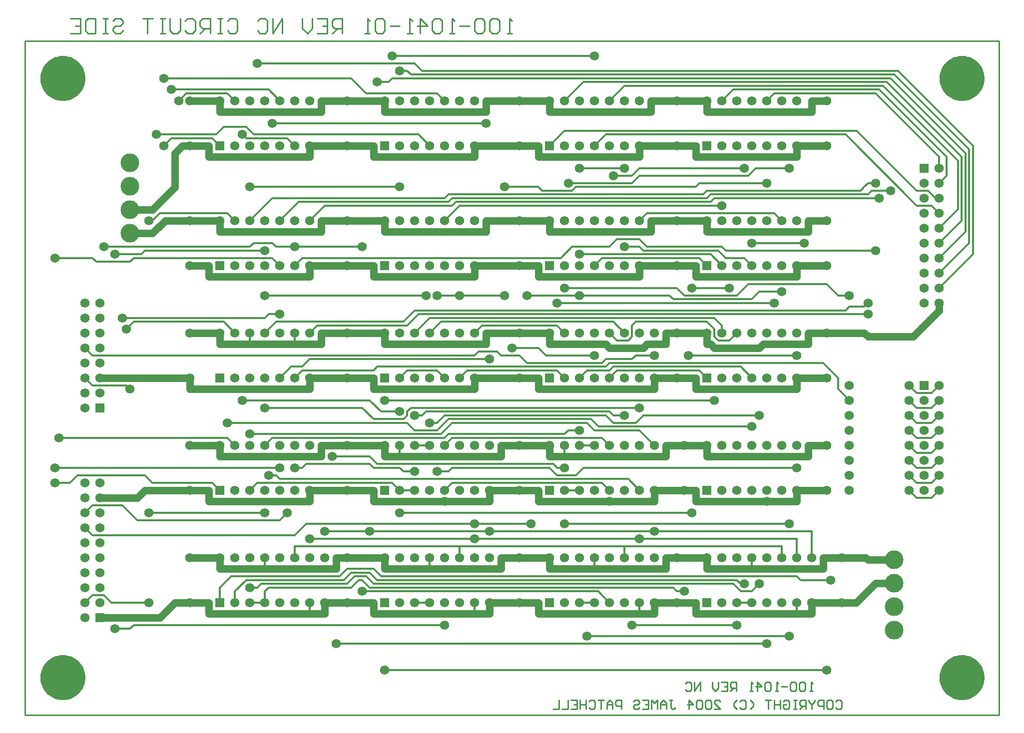
<source format=gbl>
*%FSLAX23Y23*%
*%MOIN*%
G01*
%ADD11C,0.007*%
%ADD12C,0.008*%
%ADD13C,0.010*%
%ADD14C,0.012*%
%ADD15C,0.020*%
%ADD16C,0.036*%
%ADD17C,0.050*%
%ADD18C,0.056*%
%ADD19C,0.062*%
%ADD20C,0.068*%
%ADD21C,0.070*%
%ADD22C,0.090*%
%ADD23C,0.125*%
%ADD24C,0.131*%
%ADD25C,0.140*%
%ADD26C,0.160*%
%ADD27C,0.250*%
%ADD28R,0.062X0.062*%
%ADD29R,0.068X0.068*%
D13*
X9841Y10061D02*
X9874D01*
X9857D02*
X9841D01*
X9857D02*
Y10161D01*
X9858D01*
X9857D02*
X9874Y10144D01*
X9791D02*
X9774Y10161D01*
X9741D01*
X9724Y10144D01*
Y10078D01*
X9741Y10061D01*
X9774D01*
X9791Y10078D01*
Y10144D01*
X9691D02*
X9674Y10161D01*
X9641D01*
X9624Y10144D01*
Y10078D01*
X9641Y10061D01*
X9674D01*
X9691Y10078D01*
Y10144D01*
X9591Y10111D02*
X9524D01*
X9491Y10061D02*
X9457D01*
X9474D01*
Y10161D01*
X9475D01*
X9474D02*
X9491Y10144D01*
X9407D02*
X9391Y10161D01*
X9358D01*
X9341Y10144D01*
Y10078D01*
X9358Y10061D01*
X9391D01*
X9407Y10078D01*
Y10144D01*
X9258Y10161D02*
Y10061D01*
X9308Y10111D02*
X9258Y10161D01*
X9241Y10111D02*
X9308D01*
X9208Y10061D02*
X9174D01*
X9191D01*
Y10161D01*
X9192D01*
X9191D02*
X9208Y10144D01*
X9124Y10111D02*
X9058D01*
X9024Y10144D02*
X9008Y10161D01*
X8974D01*
X8958Y10144D01*
Y10078D01*
X8974Y10061D01*
X9008D01*
X9024Y10078D01*
Y10144D01*
X8924Y10061D02*
X8891D01*
X8908D01*
Y10161D01*
X8909D01*
X8908D02*
X8924Y10144D01*
X8741Y10161D02*
Y10061D01*
Y10161D02*
X8691D01*
X8674Y10144D01*
Y10111D01*
X8691Y10094D01*
X8741D01*
X8708D02*
X8674Y10061D01*
X8641Y10161D02*
X8574D01*
X8641D02*
Y10061D01*
X8574D01*
X8608Y10111D02*
X8641D01*
X8541Y10094D02*
Y10161D01*
Y10094D02*
X8508Y10061D01*
X8474Y10094D01*
Y10161D01*
X8341D02*
Y10061D01*
X8275D02*
X8341Y10161D01*
X8275D02*
Y10061D01*
X8175Y10144D02*
X8191Y10161D01*
X8225D01*
X8241Y10144D01*
Y10078D01*
X8225Y10061D01*
X8191D01*
X8175Y10078D01*
X7991Y10161D02*
X7975Y10144D01*
X7991Y10161D02*
X8025D01*
X8041Y10144D01*
Y10078D01*
X8025Y10061D01*
X7991D01*
X7975Y10078D01*
X7941Y10161D02*
X7908D01*
X7925D01*
Y10061D01*
X7941D01*
X7908D01*
X7858D02*
Y10161D01*
X7808D01*
X7791Y10144D01*
Y10111D01*
X7808Y10094D01*
X7858D01*
X7825D02*
X7791Y10061D01*
X7691Y10144D02*
X7708Y10161D01*
X7741D01*
X7758Y10144D01*
Y10078D01*
X7741Y10061D01*
X7708D01*
X7691Y10078D01*
X7658D02*
Y10161D01*
Y10078D02*
X7641Y10061D01*
X7608D01*
X7591Y10078D01*
Y10161D01*
X7558D02*
X7525D01*
X7541D01*
Y10061D01*
X7558D01*
X7525D01*
X7475Y10161D02*
X7408D01*
X7441D01*
Y10061D01*
X7225Y10161D02*
X7208Y10144D01*
X7225Y10161D02*
X7258D01*
X7275Y10144D01*
Y10128D01*
X7258Y10111D01*
X7225D01*
X7208Y10094D01*
Y10078D01*
X7225Y10061D01*
X7258D01*
X7275Y10078D01*
X7175Y10161D02*
X7142D01*
X7158D01*
Y10061D01*
X7175D01*
X7142D01*
X7092D02*
Y10161D01*
Y10061D02*
X7042D01*
X7025Y10078D01*
Y10144D01*
X7042Y10161D01*
X7092D01*
X6992D02*
X6925D01*
X6992D02*
Y10061D01*
X6925D01*
X6958Y10111D02*
X6992D01*
X11859Y5671D02*
X11879D01*
X11869D02*
X11859D01*
X11869D02*
Y5731D01*
X11870D01*
X11869D02*
X11879Y5721D01*
X11829D02*
X11819Y5731D01*
X11799D01*
X11789Y5721D01*
Y5681D01*
X11799Y5671D01*
X11819D01*
X11829Y5681D01*
Y5721D01*
X11769D02*
X11759Y5731D01*
X11739D01*
X11729Y5721D01*
Y5681D01*
X11739Y5671D01*
X11759D01*
X11769Y5681D01*
Y5721D01*
X11709Y5701D02*
X11669D01*
X11649Y5671D02*
X11629D01*
X11639D01*
Y5731D01*
X11640D01*
X11639D02*
X11649Y5721D01*
X11599D02*
X11589Y5731D01*
X11569D01*
X11559Y5721D01*
Y5681D01*
X11569Y5671D01*
X11589D01*
X11599Y5681D01*
Y5721D01*
X11509Y5731D02*
Y5671D01*
X11539Y5701D02*
X11509Y5731D01*
X11499Y5701D02*
X11539D01*
X11479Y5671D02*
X11459D01*
X11469D01*
Y5731D01*
X11470D01*
X11469D02*
X11479Y5721D01*
X11369Y5731D02*
Y5671D01*
Y5731D02*
X11339D01*
X11329Y5721D01*
Y5701D01*
X11339Y5691D01*
X11369D01*
X11349D02*
X11329Y5671D01*
X11309Y5731D02*
X11269D01*
X11309D02*
Y5671D01*
X11269D01*
X11289Y5701D02*
X11309D01*
X11249Y5691D02*
Y5731D01*
Y5691D02*
X11229Y5671D01*
X11209Y5691D01*
Y5731D01*
X11129D02*
Y5671D01*
X11089D02*
X11129Y5731D01*
X11089D02*
Y5671D01*
X11029Y5721D02*
X11039Y5731D01*
X11059D01*
X11069Y5721D01*
Y5681D01*
X11059Y5671D01*
X11039D01*
X11029Y5681D01*
X12034Y5601D02*
X12044Y5611D01*
X12064D01*
X12074Y5601D01*
Y5561D01*
X12064Y5551D01*
X12044D01*
X12034Y5561D01*
X12004Y5611D02*
X11984D01*
X12004D02*
X12014Y5601D01*
Y5561D01*
X12004Y5551D01*
X11984D01*
X11974Y5561D01*
Y5601D01*
X11984Y5611D01*
X11954D02*
Y5551D01*
Y5611D02*
X11924D01*
X11914Y5601D01*
Y5581D01*
X11924Y5571D01*
X11954D01*
X11894Y5601D02*
Y5611D01*
Y5601D02*
X11874Y5581D01*
X11854Y5601D01*
Y5611D01*
X11874Y5581D02*
Y5551D01*
X11834D02*
Y5611D01*
X11804D01*
X11794Y5601D01*
Y5581D01*
X11804Y5571D01*
X11834D01*
X11814D02*
X11794Y5551D01*
X11774Y5611D02*
X11754D01*
X11764D01*
Y5551D01*
X11774D01*
X11754D01*
X11694Y5611D02*
X11684Y5601D01*
X11694Y5611D02*
X11714D01*
X11724Y5601D01*
Y5561D01*
X11714Y5551D01*
X11694D01*
X11684Y5561D01*
Y5581D01*
X11704D01*
X11664Y5611D02*
Y5551D01*
Y5581D01*
X11624D01*
Y5611D01*
Y5551D01*
X11604Y5611D02*
X11564D01*
X11584D01*
Y5551D01*
X11484Y5571D02*
X11464Y5551D01*
X11484Y5571D02*
Y5591D01*
X11464Y5611D01*
X11404D02*
X11394Y5601D01*
X11404Y5611D02*
X11424D01*
X11434Y5601D01*
Y5561D01*
X11424Y5551D01*
X11404D01*
X11394Y5561D01*
X11374Y5551D02*
X11354Y5571D01*
Y5591D01*
X11374Y5611D01*
X11264Y5551D02*
X11224D01*
X11264D02*
X11224Y5591D01*
Y5601D01*
X11234Y5611D01*
X11254D01*
X11264Y5601D01*
X11204D02*
X11194Y5611D01*
X11174D01*
X11164Y5601D01*
Y5561D01*
X11174Y5551D01*
X11194D01*
X11204Y5561D01*
Y5601D01*
X11144D02*
X11134Y5611D01*
X11114D01*
X11104Y5601D01*
Y5561D01*
X11114Y5551D01*
X11134D01*
X11144Y5561D01*
Y5601D01*
X11054Y5611D02*
Y5551D01*
X11084Y5581D02*
X11054Y5611D01*
X11044Y5581D02*
X11084D01*
X10944Y5611D02*
X10924D01*
X10934D02*
X10944D01*
X10934D02*
Y5561D01*
X10944Y5551D01*
X10954D01*
X10964Y5561D01*
X10904Y5551D02*
Y5591D01*
X10884Y5611D01*
X10864Y5591D01*
Y5551D01*
Y5581D01*
X10904D01*
X10844Y5551D02*
Y5611D01*
X10824Y5591D01*
X10804Y5611D01*
Y5551D01*
X10784Y5611D02*
X10744D01*
X10784D02*
Y5551D01*
X10744D01*
X10764Y5581D02*
X10784D01*
X10694Y5611D02*
X10684Y5601D01*
X10694Y5611D02*
X10714D01*
X10724Y5601D01*
Y5591D01*
X10714Y5581D01*
X10694D01*
X10684Y5571D01*
Y5561D01*
X10694Y5551D01*
X10714D01*
X10724Y5561D01*
X10604Y5551D02*
Y5611D01*
X10574D01*
X10564Y5601D01*
Y5581D01*
X10574Y5571D01*
X10604D01*
X10544Y5551D02*
Y5591D01*
X10525Y5611D01*
X10505Y5591D01*
Y5551D01*
Y5581D01*
X10544D01*
X10485Y5611D02*
X10445D01*
X10465D01*
Y5551D01*
X10395Y5611D02*
X10385Y5601D01*
X10395Y5611D02*
X10415D01*
X10425Y5601D01*
Y5561D01*
X10415Y5551D01*
X10395D01*
X10385Y5561D01*
X10365Y5551D02*
Y5611D01*
Y5581D02*
Y5551D01*
Y5581D02*
X10325D01*
Y5611D01*
Y5551D01*
X10305Y5611D02*
X10265D01*
X10305D02*
Y5551D01*
X10265D01*
X10285Y5581D02*
X10305D01*
X10245Y5611D02*
Y5551D01*
X10205D01*
X10185D02*
Y5611D01*
Y5551D02*
X10145D01*
X6624Y5511D02*
Y10011D01*
X13124D02*
Y5511D01*
Y10011D02*
X6624D01*
Y5511D02*
X13124D01*
D14*
X8274Y8961D02*
X8124Y8811D01*
X8324D02*
X8449Y8936D01*
X12724Y8361D02*
X12949Y8586D01*
X12924Y8661D02*
X12724Y8461D01*
Y8561D02*
X12899Y8736D01*
X12849Y8886D02*
X12724Y8761D01*
X10349Y9736D02*
X10224Y9611D01*
X12724Y8661D02*
X12874Y8811D01*
X12949Y9311D02*
X12449Y9811D01*
X12424Y9786D02*
X12924Y9286D01*
X12899Y9261D02*
X12399Y9761D01*
X12374Y9736D02*
X12874Y9236D01*
X12849Y9211D02*
X12349Y9711D01*
X12324Y9686D02*
X12774Y9236D01*
X12724D02*
X12299Y9661D01*
X12174Y9411D02*
X12574Y9011D01*
Y8911D02*
X12099Y9386D01*
X11974Y5811D02*
X9024D01*
X6974Y7111D02*
X6924Y7061D01*
X8699Y5986D02*
X11574D01*
X11724Y6036D02*
X10374D01*
X7074Y6911D02*
X7024Y6861D01*
X7074Y6311D02*
X7024Y6261D01*
X7074Y7711D02*
X7024Y7761D01*
X7074Y7911D02*
X7024Y7961D01*
X7099Y8536D02*
X7074Y8561D01*
X7024Y6761D02*
X7074Y6711D01*
X7149Y6311D02*
X7199Y6261D01*
X9224D02*
X9324D01*
X9424Y6111D02*
X7349D01*
X11374Y6261D02*
X11474D01*
X11374Y6111D02*
X10674D01*
X10424Y6261D02*
X10324D01*
X8224D02*
X8124D01*
X7449D02*
X7199D01*
X7224Y6086D02*
X7324D01*
X7349Y6111D01*
X7324Y8536D02*
X7349Y8561D01*
Y8136D02*
X7299Y8086D01*
Y7711D02*
X7324Y7686D01*
X7274Y6911D02*
X7374Y6811D01*
X8874Y6336D02*
X10449D01*
X10949Y6361D02*
X8924D01*
X8874Y6411D02*
X8849D01*
X8799Y6361D02*
X8249D01*
X8949Y6386D02*
X11349D01*
X8899Y6436D02*
X8824D01*
X8774Y6386D02*
X8199D01*
X8974Y6411D02*
X11374D01*
X8924Y6461D02*
X8799D01*
X8749Y6411D02*
X8099D01*
X8999Y6436D02*
X11774D01*
X8724D02*
X7999D01*
X10974Y6336D02*
X11024D01*
X8174Y6361D02*
X8124D01*
X11399Y6336D02*
X11474D01*
X11424Y6386D02*
X11399D01*
X11799Y6411D02*
X11999D01*
X7149Y6311D02*
X7074D01*
X7549Y9311D02*
X7599Y9361D01*
X7524Y8861D02*
X7474Y8811D01*
X7424Y8611D02*
X7399Y8586D01*
X7424Y7111D02*
X7474Y7061D01*
X8774Y6486D02*
X8949D01*
X8424Y6636D02*
X9524D01*
X10624D01*
X11674D01*
X7699Y9661D02*
X7649Y9611D01*
X9624Y6786D02*
X9999D01*
X10224D02*
X11724D01*
X8924Y6736D02*
X8624D01*
X8324Y6811D02*
X7374D01*
X8499Y6786D02*
X9624D01*
X8424Y6711D02*
X7074D01*
X8524Y6686D02*
X9624D01*
X10724D01*
X11774D01*
X9724Y6736D02*
X8624D01*
X9724D02*
X10824D01*
X11874D01*
X7924Y6361D02*
Y6261D01*
X7899Y9386D02*
X7949Y9436D01*
X7999Y6436D02*
X7924Y6361D01*
Y9311D02*
X7874Y9361D01*
X7949Y8136D02*
X8024Y8061D01*
X7874Y7061D02*
X7924Y7011D01*
X7274Y6911D02*
X7074D01*
X9124Y7011D02*
X9224D01*
X10224D02*
X10324D01*
X12574Y6961D02*
X12674D01*
X11074Y6861D02*
X9124D01*
X8224D02*
X7449D01*
X8024Y6336D02*
Y6261D01*
X8124Y7986D02*
Y8061D01*
X8174Y7061D02*
X8124Y7011D01*
X8099Y6411D02*
X8024Y6336D01*
X8124Y8636D02*
X8149Y8661D01*
X8099Y9361D02*
X8074Y9386D01*
X8099Y9436D02*
X8149Y9386D01*
X7974Y8861D02*
X8024Y8811D01*
Y9611D02*
X7974Y9661D01*
Y7361D02*
X8024Y7311D01*
X8249Y7111D02*
X8274D01*
X8299D01*
X8324Y7086D02*
X8799D01*
X10649D01*
X9449Y7136D02*
X9374D01*
X9474Y7161D02*
X10124D01*
X10174Y7111D02*
X10299D01*
X10349Y7161D02*
X11774D01*
X8324D02*
X6824D01*
X6974Y7111D02*
X7424D01*
X8424Y7161D02*
X8474D01*
X8499Y7186D02*
X8924D01*
X8949Y7161D02*
X9124D01*
X9149Y7136D02*
X9224D01*
X10174Y7161D02*
X10224D01*
X10149Y7186D02*
X8974D01*
X8924Y7236D02*
X8674D01*
X12574Y7161D02*
X12674D01*
X9074Y7061D02*
X8174D01*
X6924D02*
X6824D01*
X7474D02*
X7874D01*
X9474D02*
X10474D01*
X12574D02*
X12674D01*
X8224Y6561D02*
Y6486D01*
Y6336D02*
Y6261D01*
X8324Y7761D02*
X8399Y7836D01*
X8249Y6361D02*
X8224Y6336D01*
X8174Y6361D02*
X8199Y6386D01*
X8324Y6811D02*
X8374Y6861D01*
X8224Y8161D02*
X8249Y8186D01*
X8274Y7361D02*
X8224Y7311D01*
Y8061D02*
X8299Y8136D01*
Y7111D02*
X8324Y7086D01*
X8299Y8636D02*
X8274Y8661D01*
Y8561D02*
X8324Y8511D01*
Y9611D02*
X8249Y9686D01*
X8124Y7386D02*
X9399D01*
X9374Y7411D02*
X9224D01*
X10424D02*
X10724D01*
X9424Y7361D02*
X8274D01*
X9449Y7386D02*
X10224D01*
X10449Y7436D02*
X11474D01*
X7974Y7361D02*
X6849D01*
X10249Y7411D02*
X10324D01*
X9324Y7311D02*
X9224D01*
X10324D02*
X10424D01*
X10474Y7361D02*
X9474D01*
X12574D02*
X12674D01*
Y7261D02*
X12574D01*
X8524Y6261D02*
Y6186D01*
X8424Y6561D02*
Y6636D01*
Y7986D02*
Y8061D01*
X8524Y7886D02*
X8474Y7836D01*
X8499Y6786D02*
X8424Y6711D01*
X8474Y7161D02*
X8499Y7186D01*
X8424Y7761D02*
X8474Y7811D01*
X8524Y8061D02*
X8574Y8111D01*
X8424Y8511D02*
X8474Y8561D01*
X8524Y8811D02*
X8624Y8911D01*
X8424Y9311D02*
X8374Y9361D01*
X9474Y7461D02*
X9524D01*
X9449Y7486D02*
X10399D01*
X9374Y7461D02*
X9324D01*
X9424Y7511D02*
X10499D01*
X10374Y7461D02*
X9524D01*
X9174D02*
X7974D01*
X9299Y7536D02*
X10524D01*
X9274Y7511D02*
X9224D01*
X10549Y7461D02*
X10699D01*
X10624Y7511D02*
X10549D01*
X9224Y7561D02*
X9199D01*
X10749Y7511D02*
X11524D01*
X10724Y7561D02*
X9224D01*
X9149Y7486D02*
X8949D01*
X8874Y7561D02*
X8224D01*
X8999Y7536D02*
X9124D01*
X8924Y7611D02*
X8074D01*
X9024D02*
X11224D01*
X12574Y7561D02*
X12674D01*
Y7461D02*
X12574D01*
X8799Y6461D02*
X8749Y6411D01*
X8724Y6436D02*
X8774Y6486D01*
X8974Y7836D02*
X10499D01*
X8474D02*
X8399D01*
X10549D02*
X11399D01*
X10524Y7811D02*
X10374D01*
X7299Y7711D02*
X7074D01*
X9574Y7811D02*
X10174D01*
X10574D02*
X11124D01*
X8949D02*
X8474D01*
X9174D02*
X9374D01*
X12574Y7661D02*
X12674D01*
X8974Y7836D02*
X8949Y7811D01*
X8849Y6411D02*
X8799Y6361D01*
X8774Y6386D02*
X8824Y6436D01*
X8949Y6486D02*
X8999Y6436D01*
X8924Y6361D02*
X8874Y6411D01*
X8899Y6436D02*
X8949Y6386D01*
X8974Y6411D02*
X8924Y6461D01*
X8949Y7486D02*
X8874Y7561D01*
X8924Y7611D02*
X8999Y7536D01*
X8899Y9661D02*
X8799Y9761D01*
X8924Y7186D02*
X8949Y7161D01*
X8974Y7186D02*
X8924Y7236D01*
X9624Y7911D02*
X7074D01*
X9649Y7936D02*
X9774D01*
X9799Y7911D02*
X9924D01*
X9724Y7886D02*
X8524D01*
X11249Y8011D02*
X11324D01*
X10649D02*
X10574D01*
X10424Y7911D02*
X10099D01*
X9974Y7861D02*
X10474D01*
X10499Y7886D02*
X10674D01*
X10699Y7911D02*
X10824D01*
X10524Y7861D02*
X11949D01*
X10049Y7961D02*
X9874D01*
X11049Y7911D02*
X11774D01*
X9124Y7311D02*
Y7236D01*
Y7761D02*
X9174Y7811D01*
X9049Y9736D02*
X9074Y9761D01*
X9124Y7161D02*
X9149Y7136D01*
X9074Y7061D02*
X9124Y7011D01*
X9324Y8161D02*
X11224D01*
X11174Y8136D02*
X10699D01*
X7949D02*
X7349D01*
X8249Y8186D02*
X8324D01*
X8224Y8161D02*
X7274D01*
X9249Y8186D02*
X12249D01*
X9174Y8111D02*
X8574D01*
X9399Y8136D02*
X10549D01*
X10174Y8111D02*
X9674D01*
X9224Y8211D02*
X12099D01*
X9149Y8136D02*
X8299D01*
X9324Y6561D02*
Y6486D01*
X9174Y7511D02*
Y7536D01*
X9274Y7511D02*
X9299Y7536D01*
X9199Y7561D02*
X9174Y7536D01*
Y7511D02*
X9149Y7486D01*
X9174Y8111D02*
X9249Y8186D01*
X9324Y8161D02*
X9224Y8061D01*
X9324D02*
X9399Y8136D01*
X9224Y8211D02*
X9149Y8136D01*
X9174Y7461D02*
X9224Y7411D01*
X9324Y9311D02*
X9249Y9386D01*
X9274Y9811D02*
X9224Y9861D01*
X9174Y9811D02*
X9199Y9786D01*
X9524Y8311D02*
X9824D01*
X10949Y8286D02*
X11474D01*
X11524Y8336D02*
X11674D01*
X11374Y8311D02*
X11024D01*
X11449Y8386D02*
X11974D01*
X12049Y8311D02*
X12124D01*
X10924D02*
X10324D01*
X9974D01*
X9299D02*
X8224D01*
X10174Y8261D02*
X11624D01*
X10974Y8361D02*
X10224D01*
X9524Y8311D02*
X9374D01*
X11074Y8361D02*
X11324D01*
X12124Y8236D02*
X12224D01*
X9524Y6636D02*
Y6561D01*
X9399Y7386D02*
X9474Y7461D01*
X9449Y7486D02*
X9374Y7411D01*
Y7461D02*
X9424Y7511D01*
X9449Y7386D02*
X9424Y7361D01*
X9524Y7761D02*
X9574Y7811D01*
X9474Y7161D02*
X9449Y7136D01*
X9424Y8961D02*
X9449Y8986D01*
X9474Y8961D02*
X9449Y8936D01*
X9474Y8911D02*
X9499Y8936D01*
X9524Y8911D02*
X9424Y8811D01*
X9474Y7061D02*
X9424Y7011D01*
Y7311D02*
X9474Y7361D01*
X9424Y9611D02*
X9374Y9661D01*
Y7811D02*
X9424Y7761D01*
X8274Y8561D02*
X7349D01*
X7324Y8536D02*
X7099D01*
X7074Y8561D02*
X6824D01*
X7424Y8611D02*
X8224D01*
X7399Y8586D02*
X7224D01*
X11299Y8611D02*
X12299D01*
X10199Y8561D02*
X8474D01*
X11299D02*
X11424D01*
X11249Y8611D02*
X10749D01*
X10474Y8561D02*
X11124D01*
X11199Y8586D02*
X10324D01*
X9624Y6261D02*
Y6186D01*
Y7911D02*
X9649Y7936D01*
X9624Y8061D02*
X9674Y8111D01*
X8124Y8636D02*
X7149D01*
X8424D02*
X8874D01*
X11474Y8661D02*
X11824D01*
X7474Y8811D02*
X7449D01*
X8149Y8661D02*
X8274D01*
X8299Y8636D02*
X8424D01*
X10774D02*
X11274D01*
X10724Y8686D02*
X10574D01*
X10524Y8636D02*
X10274D01*
X10624D02*
X10724D01*
X9974Y7861D02*
X9924Y7911D01*
X9799D02*
X9774Y7936D01*
X11224Y8961D02*
X12324D01*
X10274Y9011D02*
X10074D01*
X7974Y8861D02*
X7524D01*
X11174Y9011D02*
X12199D01*
X11149Y8986D02*
X9449D01*
X9424Y8961D02*
X8274D01*
X12274Y9011D02*
X12399D01*
X12249Y8986D02*
X11199D01*
X11174Y8961D02*
X9474D01*
X9449Y8936D02*
X8449D01*
X9499D02*
X11199D01*
X9474Y8911D02*
X8624D01*
X9524D02*
X11274D01*
X11624Y8861D02*
X10774D01*
X12574Y9011D02*
X12649D01*
X12699Y8961D02*
X12724D01*
X12674Y8911D02*
X12574D01*
X10224Y9411D02*
X10124Y9311D01*
Y7161D02*
X10174Y7111D01*
X10074Y9011D02*
X10049Y9036D01*
Y7961D02*
X10099Y7911D01*
X10049Y9036D02*
X9824D01*
X10299D02*
X11099D01*
X11124Y9061D02*
X11574D01*
X9124Y9036D02*
X8124D01*
X12249Y9061D02*
X12299D01*
X10674D02*
X10249D01*
X10724Y9111D02*
X11449D01*
X11499Y9161D02*
X11724D01*
X10674Y9111D02*
X10549D01*
X10724Y9161D02*
X11424D01*
X10624D02*
X10324D01*
X10224Y7311D02*
Y7236D01*
X10274Y9011D02*
X10299Y9036D01*
X10349Y7161D02*
X10299Y7111D01*
X10224Y7386D02*
X10249Y7411D01*
X10199Y8561D02*
X10274Y8636D01*
X10174Y7811D02*
X10224Y7761D01*
X10149Y7186D02*
X10174Y7161D01*
X10224Y8061D02*
X10174Y8111D01*
X8374Y9361D02*
X8099D01*
X8149Y9386D02*
X9249D01*
X7899D02*
X7499D01*
X7599Y9361D02*
X7874D01*
X10499Y9386D02*
X12099D01*
X10424Y6561D02*
Y6486D01*
X10474Y7861D02*
X10499Y7886D01*
X10524Y7861D02*
X10499Y7836D01*
X10374Y7811D02*
X10324Y7761D01*
X10424Y8511D02*
X10474Y8561D01*
X10424Y9311D02*
X10499Y9386D01*
X10374Y7461D02*
X10424Y7411D01*
X10449Y7436D02*
X10399Y7486D01*
X10499Y7511D02*
X10549Y7461D01*
X10449Y6336D02*
X10474Y6311D01*
X10524Y6261D01*
Y7011D02*
X10474Y7061D01*
X10524Y7311D02*
X10474Y7361D01*
X8099Y9436D02*
X7949D01*
X8899Y9461D02*
X9699D01*
X8899D02*
X8274D01*
X10224Y9411D02*
X12174D01*
X10624Y6636D02*
Y6561D01*
X10674Y8036D02*
Y8111D01*
X10699Y8136D01*
X10674Y8036D02*
X10649Y8011D01*
X10699Y7911D02*
X10674Y7886D01*
X10549Y7836D02*
X10524Y7811D01*
X10749Y7511D02*
X10699Y7461D01*
X10524Y7761D02*
X10574Y7811D01*
X10524Y8636D02*
X10574Y8686D01*
X10674Y9061D02*
X10724Y9111D01*
X10674D02*
X10724Y9161D01*
X10524Y9611D02*
X10624Y9711D01*
X10524Y7536D02*
X10549Y7511D01*
X10649Y7086D02*
X10724Y7011D01*
X10574Y8011D02*
X10524Y8061D01*
X10549Y8136D02*
X10624Y8061D01*
X9374Y9661D02*
X8899D01*
X8799Y9761D02*
X7549D01*
X7599Y9686D02*
X8249D01*
X7974Y9661D02*
X7699D01*
X9199Y9786D02*
X12424D01*
X12399Y9761D02*
X9074D01*
X10349Y9736D02*
X12374D01*
X12349Y9711D02*
X10624D01*
X11349Y9686D02*
X12324D01*
X12299Y9661D02*
X11624D01*
X9049Y9736D02*
X8974D01*
X10724Y6261D02*
Y6186D01*
Y8811D02*
X10774Y8861D01*
X10724Y7411D02*
X10824Y7311D01*
X10774Y8636D02*
X10724Y8686D01*
Y8636D02*
X10749Y8611D01*
X10424Y9911D02*
X9074D01*
X9224Y9861D02*
X8174D01*
X9274Y9811D02*
X12449D01*
X9174D02*
X9124D01*
X11099Y9036D02*
X11124Y9061D01*
X10924Y8311D02*
X10949Y8286D01*
Y6361D02*
X10974Y6336D01*
X11024Y8311D02*
X10974Y8361D01*
X11274Y8111D02*
Y8061D01*
X11224D02*
Y8036D01*
Y8061D02*
Y8086D01*
X11149Y8986D02*
X11174Y9011D01*
X11199Y8986D02*
X11174Y8961D01*
X11199Y8936D02*
X11224Y8961D01*
X11274Y9611D02*
X11349Y9686D01*
X11224Y8161D02*
X11274Y8111D01*
X11224Y8036D02*
X11249Y8011D01*
X11224Y8086D02*
X11174Y8136D01*
X11124Y7811D02*
X11174Y7761D01*
X11299Y8611D02*
X11274Y8636D01*
X11249Y8611D02*
X11299Y8561D01*
X11174Y8511D02*
X11124Y8561D01*
X11199Y8586D02*
X11274Y8511D01*
X11474Y6561D02*
Y6486D01*
X11324Y8011D02*
X11374Y8061D01*
X11474Y8286D02*
X11524Y8336D01*
X11449Y8386D02*
X11374Y8311D01*
X11524Y6386D02*
X11474Y6336D01*
X11449Y9111D02*
X11499Y9161D01*
X11399Y7836D02*
X11474Y7761D01*
X11349Y6386D02*
X11399Y6336D01*
Y6386D02*
X11374Y6411D01*
X11474Y8511D02*
X11424Y8561D01*
X11674Y6636D02*
Y6561D01*
X11574Y9611D02*
X11624Y9661D01*
Y8861D02*
X11674Y8811D01*
X11774Y6261D02*
Y6186D01*
Y6561D02*
Y6686D01*
X11874Y6736D02*
Y6561D01*
X11774Y6436D02*
X11799Y6411D01*
X12049Y7686D02*
Y7761D01*
Y8311D02*
X11974Y8386D01*
X11949Y7861D02*
X12049Y7761D01*
Y7686D02*
X12099Y7636D01*
X12224Y8236D02*
X12249Y8261D01*
X12124Y8236D02*
X12099Y8211D01*
X12224Y9036D02*
X12249Y9061D01*
X12224Y9036D02*
X12199Y9011D01*
X12249Y8986D02*
X12274Y9011D01*
X12099Y7636D02*
X12124Y7611D01*
X12524Y7711D02*
X12574Y7661D01*
X12524Y7611D02*
X12574Y7561D01*
X12524Y7511D02*
X12574Y7461D01*
X12524Y7411D02*
X12574Y7361D01*
X12524Y7311D02*
X12574Y7261D01*
X12524Y7211D02*
X12574Y7161D01*
X12524Y7111D02*
X12574Y7061D01*
X12524Y7011D02*
X12574Y6961D01*
X12699Y8961D02*
X12649Y9011D01*
X12849Y8886D02*
Y9211D01*
X12774Y9236D02*
Y9111D01*
X12724Y9161D02*
Y9236D01*
Y7711D02*
X12674Y7661D01*
X12724Y7611D02*
X12674Y7561D01*
X12724Y7511D02*
X12674Y7461D01*
X12724Y7411D02*
X12674Y7361D01*
X12724Y7311D02*
X12674Y7261D01*
X12724Y7211D02*
X12674Y7161D01*
X12724Y7111D02*
X12674Y7061D01*
X12724Y7011D02*
X12674Y6961D01*
X12724Y9061D02*
X12774Y9111D01*
X12674Y8911D02*
X12724Y8861D01*
X12949Y8586D02*
Y9311D01*
X12924Y9286D02*
Y8661D01*
X12899Y8736D02*
Y9261D01*
X12874Y9236D02*
Y8811D01*
D17*
X12724Y8211D02*
X12549Y8036D01*
X11549Y7986D02*
X11524Y7961D01*
X10774Y7986D02*
X10749Y7961D01*
X7424Y7011D02*
X7374Y6961D01*
X7474Y8727D02*
X7558Y8811D01*
X7474Y8883D02*
X7624Y9033D01*
Y9261D02*
X7674Y9311D01*
X7624Y6261D02*
X7524Y6161D01*
X12171Y6261D02*
X12299Y6389D01*
X12249Y8036D02*
X12224Y8061D01*
X11224Y7961D02*
X11199Y7986D01*
X10524Y7961D02*
X10499Y7986D01*
X12233Y6561D02*
X12249Y6545D01*
X7524Y6161D02*
X7124D01*
X7849Y6186D02*
X8624D01*
X7724Y6261D02*
X7624D01*
X7724D02*
X7849D01*
X8949Y6186D02*
X9724D01*
X8774Y6261D02*
X8624D01*
X8774D02*
X8949D01*
X10049Y6186D02*
X10824D01*
X9924Y6261D02*
X9724D01*
X9924D02*
X10049D01*
X12074D02*
X12171D01*
X11874Y6186D02*
X11099D01*
X10974Y6261D02*
X10824D01*
X10974D02*
X11099D01*
X11874D02*
X12074D01*
X12299Y6389D02*
X12424D01*
Y6545D02*
X12249D01*
X11949Y6486D02*
X11174D01*
X12074Y6561D02*
X12233D01*
X12074D02*
X11949D01*
X10899Y6486D02*
X10124D01*
X10974Y6561D02*
X11174D01*
X10974D02*
X10899D01*
X9799Y6486D02*
X9024D01*
X9924Y6561D02*
X10124D01*
X9924D02*
X9799D01*
X8699Y6486D02*
X7924D01*
X8774Y6561D02*
X9024D01*
X8774D02*
X8699D01*
X7924D02*
X7724D01*
X7624Y9033D02*
Y9261D01*
X7724Y7761D02*
Y7686D01*
X7924Y9536D02*
Y9611D01*
X7849Y9311D02*
Y9236D01*
X7924Y8811D02*
Y8736D01*
X7849Y8511D02*
Y8436D01*
X7924Y8061D02*
Y7986D01*
Y7311D02*
Y7236D01*
X7849Y7011D02*
Y6936D01*
X7924Y6561D02*
Y6486D01*
X7849Y6261D02*
Y6186D01*
X7724Y7011D02*
X7424D01*
X7724D02*
X7849D01*
X7374Y6961D02*
X7124D01*
X11099Y6936D02*
X11774D01*
Y7011D02*
X11974D01*
X11099D02*
X11024D01*
X10824Y6936D02*
X10049D01*
X10824Y7011D02*
X11024D01*
X10049D02*
X9924D01*
X9724Y6936D02*
X8949D01*
X9724Y7011D02*
X9924D01*
X8949D02*
X8774D01*
X8524Y6936D02*
X7849D01*
X8524Y7011D02*
X8774D01*
X11174Y7236D02*
X11849D01*
X10899D02*
X10124D01*
X9799D02*
X9024D01*
X8599D02*
X7924D01*
X11849Y7311D02*
X11974D01*
X11174D02*
X11024D01*
X10899D01*
X10124D02*
X9924D01*
X9799D01*
X9024D02*
X8774D01*
X8599D01*
X7924D02*
X7724D01*
X8524Y9236D02*
Y9311D01*
Y8511D02*
Y8436D01*
Y7761D02*
Y7686D01*
Y7011D02*
Y6936D01*
X8599Y9536D02*
Y9611D01*
Y8811D02*
Y8736D01*
Y8061D02*
Y7986D01*
Y7311D02*
Y7236D01*
X8699Y6561D02*
Y6486D01*
X8624Y6261D02*
Y6186D01*
X7724Y7761D02*
X7124D01*
X7724Y7686D02*
X8524D01*
X8949D02*
X9624D01*
X8774Y7761D02*
X8524D01*
X8774D02*
X8949D01*
X10049Y7686D02*
X10824D01*
X9924Y7761D02*
X9624D01*
X9924D02*
X10049D01*
X11099Y7686D02*
X11774D01*
X10974Y7761D02*
X10824D01*
X10974D02*
X11099D01*
X11774D02*
X11974D01*
X8949Y9236D02*
Y9311D01*
Y8511D02*
Y8436D01*
Y7761D02*
Y7686D01*
Y7011D02*
Y6936D01*
Y6261D02*
Y6186D01*
X11174Y7986D02*
X11199D01*
X11224Y7961D02*
X11524D01*
X11549Y7986D02*
X11849D01*
X10899D02*
X10774D01*
X10749Y7961D02*
X10524D01*
X10499Y7986D02*
X10124D01*
X9699D02*
X9024D01*
X8599D02*
X7924D01*
X9024Y9536D02*
Y9611D01*
Y8811D02*
Y8736D01*
Y8061D02*
Y7986D01*
Y7311D02*
Y7236D01*
Y6561D02*
Y6486D01*
X11974Y8061D02*
X12224D01*
X11974D02*
X11849D01*
X11174D02*
X10974D01*
X10899D01*
X10124D02*
X9924D01*
X9699D01*
X9024D02*
X8774D01*
X8599D01*
X7924D02*
X7724D01*
X12249Y8036D02*
X12549D01*
X11974Y8511D02*
X11774D01*
X11099D02*
X10974D01*
X10724D01*
X10049D02*
X9924D01*
X9624D01*
X8949D02*
X8774D01*
X8524D01*
X7849D02*
X7724D01*
X11124Y8436D02*
X11774D01*
X11124D02*
X11099D01*
X10724D02*
X10049D01*
X9624D02*
X8949D01*
X8524D02*
X7849D01*
X9699Y9536D02*
Y9611D01*
X9624Y9311D02*
Y9236D01*
X9699Y8811D02*
Y8736D01*
X9624Y8511D02*
Y8436D01*
X9699Y8061D02*
Y7986D01*
X9624Y7761D02*
Y7686D01*
X9724Y7011D02*
Y6936D01*
Y6261D02*
Y6186D01*
X11174Y8736D02*
X11849D01*
Y8811D02*
X11974D01*
X10799Y8736D02*
X10124D01*
X10974Y8811D02*
X11174D01*
X10974D02*
X10799D01*
X9699Y8736D02*
X9024D01*
X9924Y8811D02*
X10124D01*
X9924D02*
X9699D01*
X8599Y8736D02*
X7924D01*
X8774Y8811D02*
X9024D01*
X8774D02*
X8599D01*
X7924D02*
X7724D01*
X7558D01*
X7474Y8727D02*
X7324D01*
X9799Y7311D02*
Y7236D01*
Y6561D02*
Y6486D01*
X7474Y8883D02*
X7324D01*
X10124Y9536D02*
Y9611D01*
Y8811D02*
Y8736D01*
Y8061D02*
Y7986D01*
Y7311D02*
Y7236D01*
Y6561D02*
Y6486D01*
X10049Y9236D02*
Y9311D01*
Y8511D02*
Y8436D01*
Y7761D02*
Y7686D01*
Y7011D02*
Y6936D01*
Y6261D02*
Y6186D01*
X8524Y9236D02*
X7849D01*
X8949D02*
X9624D01*
X8774Y9311D02*
X8524D01*
X8774D02*
X8949D01*
X10049Y9236D02*
X10724D01*
X9924Y9311D02*
X9624D01*
X9924D02*
X10049D01*
X11099Y9236D02*
X11774D01*
X10974Y9311D02*
X10724D01*
X10974D02*
X11099D01*
X11774D02*
X11974D01*
X7849D02*
X7724D01*
X7674D01*
X11174Y9536D02*
X11874D01*
X10799D02*
X10124D01*
X9699D02*
X9024D01*
X8599D02*
X7924D01*
X11874Y9611D02*
X11974D01*
X11174D02*
X10974D01*
X10799D01*
X10124D02*
X9924D01*
X9699D01*
X9024D02*
X8774D01*
X8599D01*
X7924D02*
X7724D01*
X10899Y8061D02*
Y7986D01*
Y7311D02*
Y7236D01*
Y6561D02*
Y6486D01*
X10799Y9536D02*
Y9611D01*
X10724Y9311D02*
Y9236D01*
X10799Y8811D02*
Y8736D01*
X10724Y8511D02*
Y8436D01*
X10824Y7761D02*
Y7686D01*
Y7011D02*
Y6936D01*
Y6261D02*
Y6186D01*
X11099Y9236D02*
Y9311D01*
Y8511D02*
Y8436D01*
Y7761D02*
Y7686D01*
Y7011D02*
Y6936D01*
Y6261D02*
Y6186D01*
X11174Y9536D02*
Y9611D01*
Y8811D02*
Y8736D01*
Y8061D02*
Y7986D01*
Y7311D02*
Y7236D01*
Y6561D02*
Y6486D01*
X11874Y9536D02*
Y9561D01*
Y9611D01*
X11774Y9311D02*
Y9236D01*
X11849Y8811D02*
Y8736D01*
X11774Y8511D02*
Y8436D01*
X11849Y8061D02*
Y7986D01*
X11774Y7761D02*
Y7686D01*
X11849Y7311D02*
Y7236D01*
X11774Y7011D02*
Y6936D01*
X11874Y6261D02*
Y6186D01*
X11949Y6486D02*
Y6561D01*
X12724Y8211D02*
Y8261D01*
X12749Y9761D02*
X12750D01*
X12749D02*
X12749Y9751D01*
X12751Y9741D01*
X12753Y9731D01*
X12755Y9721D01*
X12759Y9712D01*
X12763Y9703D01*
X12768Y9694D01*
X12774Y9686D01*
X12780Y9678D01*
X12787Y9671D01*
X12795Y9664D01*
X12803Y9658D01*
X12812Y9653D01*
X12820Y9648D01*
X12830Y9644D01*
X12839Y9641D01*
X12849Y9639D01*
X12859Y9637D01*
X12869Y9636D01*
X12879D01*
X12889Y9637D01*
X12899Y9639D01*
X12909Y9641D01*
X12918Y9644D01*
X12928Y9648D01*
X12936Y9653D01*
X12945Y9658D01*
X12953Y9664D01*
X12961Y9671D01*
X12968Y9678D01*
X12974Y9686D01*
X12980Y9694D01*
X12985Y9703D01*
X12989Y9712D01*
X12993Y9721D01*
X12995Y9731D01*
X12997Y9741D01*
X12999Y9751D01*
X12999Y9761D01*
X13000D01*
X12999D02*
X12999Y9771D01*
X12997Y9781D01*
X12995Y9791D01*
X12993Y9801D01*
X12989Y9810D01*
X12985Y9819D01*
X12980Y9828D01*
X12974Y9836D01*
X12968Y9844D01*
X12961Y9851D01*
X12953Y9858D01*
X12945Y9864D01*
X12936Y9869D01*
X12928Y9874D01*
X12918Y9878D01*
X12909Y9881D01*
X12899Y9883D01*
X12889Y9885D01*
X12879Y9886D01*
X12869D01*
X12859Y9885D01*
X12849Y9883D01*
X12839Y9881D01*
X12830Y9878D01*
X12820Y9874D01*
X12812Y9869D01*
X12803Y9864D01*
X12795Y9858D01*
X12787Y9851D01*
X12780Y9844D01*
X12774Y9836D01*
X12768Y9828D01*
X12763Y9819D01*
X12759Y9810D01*
X12755Y9801D01*
X12753Y9791D01*
X12751Y9781D01*
X12749Y9771D01*
X12749Y9761D01*
X12797D02*
X12798D01*
X12797D02*
X12798Y9752D01*
X12799Y9743D01*
X12802Y9735D01*
X12805Y9726D01*
X12810Y9719D01*
X12815Y9712D01*
X12821Y9705D01*
X12828Y9699D01*
X12836Y9694D01*
X12844Y9690D01*
X12852Y9687D01*
X12861Y9685D01*
X12870Y9684D01*
X12878D01*
X12887Y9685D01*
X12896Y9687D01*
X12904Y9690D01*
X12912Y9694D01*
X12920Y9699D01*
X12927Y9705D01*
X12933Y9712D01*
X12938Y9719D01*
X12943Y9726D01*
X12946Y9735D01*
X12949Y9743D01*
X12950Y9752D01*
X12951Y9761D01*
X12952D01*
X12951D02*
X12950Y9770D01*
X12949Y9779D01*
X12946Y9787D01*
X12943Y9796D01*
X12938Y9803D01*
X12933Y9810D01*
X12927Y9817D01*
X12920Y9823D01*
X12912Y9828D01*
X12904Y9832D01*
X12896Y9835D01*
X12887Y9837D01*
X12878Y9838D01*
X12870D01*
X12861Y9837D01*
X12852Y9835D01*
X12844Y9832D01*
X12836Y9828D01*
X12828Y9823D01*
X12821Y9817D01*
X12815Y9810D01*
X12810Y9803D01*
X12805Y9796D01*
X12802Y9787D01*
X12799Y9779D01*
X12798Y9770D01*
X12797Y9761D01*
X12845D02*
X12846D01*
X12845D02*
X12846Y9755D01*
X12848Y9749D01*
X12851Y9744D01*
X12855Y9739D01*
X12860Y9736D01*
X12865Y9733D01*
X12871Y9732D01*
X12877D01*
X12883Y9733D01*
X12888Y9736D01*
X12893Y9739D01*
X12897Y9744D01*
X12900Y9749D01*
X12902Y9755D01*
X12903Y9761D01*
X12904D01*
X12903D02*
X12902Y9767D01*
X12900Y9773D01*
X12897Y9778D01*
X12893Y9783D01*
X12888Y9786D01*
X12883Y9789D01*
X12877Y9790D01*
X12871D01*
X12865Y9789D01*
X12860Y9786D01*
X12855Y9783D01*
X12851Y9778D01*
X12848Y9773D01*
X12846Y9767D01*
X12845Y9761D01*
X12874D02*
D03*
X12749Y5761D02*
X12750D01*
X12749D02*
X12749Y5751D01*
X12751Y5741D01*
X12753Y5731D01*
X12755Y5721D01*
X12759Y5712D01*
X12763Y5703D01*
X12768Y5694D01*
X12774Y5686D01*
X12780Y5678D01*
X12787Y5671D01*
X12795Y5664D01*
X12803Y5658D01*
X12812Y5653D01*
X12820Y5648D01*
X12830Y5644D01*
X12839Y5641D01*
X12849Y5639D01*
X12859Y5637D01*
X12869Y5636D01*
X12879D01*
X12889Y5637D01*
X12899Y5639D01*
X12909Y5641D01*
X12918Y5644D01*
X12928Y5648D01*
X12936Y5653D01*
X12945Y5658D01*
X12953Y5664D01*
X12961Y5671D01*
X12968Y5678D01*
X12974Y5686D01*
X12980Y5694D01*
X12985Y5703D01*
X12989Y5712D01*
X12993Y5721D01*
X12995Y5731D01*
X12997Y5741D01*
X12999Y5751D01*
X12999Y5761D01*
X13000D01*
X12999D02*
X12999Y5771D01*
X12997Y5781D01*
X12995Y5791D01*
X12993Y5801D01*
X12989Y5810D01*
X12985Y5819D01*
X12980Y5828D01*
X12974Y5836D01*
X12968Y5844D01*
X12961Y5851D01*
X12953Y5858D01*
X12945Y5864D01*
X12936Y5869D01*
X12928Y5874D01*
X12918Y5878D01*
X12909Y5881D01*
X12899Y5883D01*
X12889Y5885D01*
X12879Y5886D01*
X12869D01*
X12859Y5885D01*
X12849Y5883D01*
X12839Y5881D01*
X12830Y5878D01*
X12820Y5874D01*
X12812Y5869D01*
X12803Y5864D01*
X12795Y5858D01*
X12787Y5851D01*
X12780Y5844D01*
X12774Y5836D01*
X12768Y5828D01*
X12763Y5819D01*
X12759Y5810D01*
X12755Y5801D01*
X12753Y5791D01*
X12751Y5781D01*
X12749Y5771D01*
X12749Y5761D01*
X12797D02*
X12798D01*
X12797D02*
X12798Y5752D01*
X12799Y5743D01*
X12802Y5735D01*
X12805Y5726D01*
X12810Y5719D01*
X12815Y5712D01*
X12821Y5705D01*
X12828Y5699D01*
X12836Y5694D01*
X12844Y5690D01*
X12852Y5687D01*
X12861Y5685D01*
X12870Y5684D01*
X12878D01*
X12887Y5685D01*
X12896Y5687D01*
X12904Y5690D01*
X12912Y5694D01*
X12920Y5699D01*
X12927Y5705D01*
X12933Y5712D01*
X12938Y5719D01*
X12943Y5726D01*
X12946Y5735D01*
X12949Y5743D01*
X12950Y5752D01*
X12951Y5761D01*
X12952D01*
X12951D02*
X12950Y5770D01*
X12949Y5779D01*
X12946Y5787D01*
X12943Y5796D01*
X12938Y5803D01*
X12933Y5810D01*
X12927Y5817D01*
X12920Y5823D01*
X12912Y5828D01*
X12904Y5832D01*
X12896Y5835D01*
X12887Y5837D01*
X12878Y5838D01*
X12870D01*
X12861Y5837D01*
X12852Y5835D01*
X12844Y5832D01*
X12836Y5828D01*
X12828Y5823D01*
X12821Y5817D01*
X12815Y5810D01*
X12810Y5803D01*
X12805Y5796D01*
X12802Y5787D01*
X12799Y5779D01*
X12798Y5770D01*
X12797Y5761D01*
X12845D02*
X12846D01*
X12845D02*
X12846Y5755D01*
X12848Y5749D01*
X12851Y5744D01*
X12855Y5739D01*
X12860Y5736D01*
X12865Y5733D01*
X12871Y5732D01*
X12877D01*
X12883Y5733D01*
X12888Y5736D01*
X12893Y5739D01*
X12897Y5744D01*
X12900Y5749D01*
X12902Y5755D01*
X12903Y5761D01*
X12904D01*
X12903D02*
X12902Y5767D01*
X12900Y5773D01*
X12897Y5778D01*
X12893Y5783D01*
X12888Y5786D01*
X12883Y5789D01*
X12877Y5790D01*
X12871D01*
X12865Y5789D01*
X12860Y5786D01*
X12855Y5783D01*
X12851Y5778D01*
X12848Y5773D01*
X12846Y5767D01*
X12845Y5761D01*
X12874D02*
D03*
X6749Y9761D02*
X6750D01*
X6749D02*
X6749Y9751D01*
X6751Y9741D01*
X6753Y9731D01*
X6755Y9721D01*
X6759Y9712D01*
X6763Y9703D01*
X6768Y9694D01*
X6774Y9686D01*
X6780Y9678D01*
X6787Y9671D01*
X6795Y9664D01*
X6803Y9658D01*
X6812Y9653D01*
X6820Y9648D01*
X6830Y9644D01*
X6839Y9641D01*
X6849Y9639D01*
X6859Y9637D01*
X6869Y9636D01*
X6879D01*
X6889Y9637D01*
X6899Y9639D01*
X6909Y9641D01*
X6918Y9644D01*
X6928Y9648D01*
X6936Y9653D01*
X6945Y9658D01*
X6953Y9664D01*
X6961Y9671D01*
X6968Y9678D01*
X6974Y9686D01*
X6980Y9694D01*
X6985Y9703D01*
X6989Y9712D01*
X6993Y9721D01*
X6995Y9731D01*
X6997Y9741D01*
X6999Y9751D01*
X6999Y9761D01*
X7000D01*
X6999D02*
X6999Y9771D01*
X6997Y9781D01*
X6995Y9791D01*
X6993Y9801D01*
X6989Y9810D01*
X6985Y9819D01*
X6980Y9828D01*
X6974Y9836D01*
X6968Y9844D01*
X6961Y9851D01*
X6953Y9858D01*
X6945Y9864D01*
X6936Y9869D01*
X6928Y9874D01*
X6918Y9878D01*
X6909Y9881D01*
X6899Y9883D01*
X6889Y9885D01*
X6879Y9886D01*
X6869D01*
X6859Y9885D01*
X6849Y9883D01*
X6839Y9881D01*
X6830Y9878D01*
X6820Y9874D01*
X6812Y9869D01*
X6803Y9864D01*
X6795Y9858D01*
X6787Y9851D01*
X6780Y9844D01*
X6774Y9836D01*
X6768Y9828D01*
X6763Y9819D01*
X6759Y9810D01*
X6755Y9801D01*
X6753Y9791D01*
X6751Y9781D01*
X6749Y9771D01*
X6749Y9761D01*
X6797D02*
X6798D01*
X6797D02*
X6798Y9752D01*
X6799Y9743D01*
X6802Y9735D01*
X6805Y9726D01*
X6810Y9719D01*
X6815Y9712D01*
X6821Y9705D01*
X6828Y9699D01*
X6836Y9694D01*
X6844Y9690D01*
X6852Y9687D01*
X6861Y9685D01*
X6870Y9684D01*
X6878D01*
X6887Y9685D01*
X6896Y9687D01*
X6904Y9690D01*
X6912Y9694D01*
X6920Y9699D01*
X6927Y9705D01*
X6933Y9712D01*
X6938Y9719D01*
X6943Y9726D01*
X6946Y9735D01*
X6949Y9743D01*
X6950Y9752D01*
X6951Y9761D01*
X6952D01*
X6951D02*
X6950Y9770D01*
X6949Y9779D01*
X6946Y9787D01*
X6943Y9796D01*
X6938Y9803D01*
X6933Y9810D01*
X6927Y9817D01*
X6920Y9823D01*
X6912Y9828D01*
X6904Y9832D01*
X6896Y9835D01*
X6887Y9837D01*
X6878Y9838D01*
X6870D01*
X6861Y9837D01*
X6852Y9835D01*
X6844Y9832D01*
X6836Y9828D01*
X6828Y9823D01*
X6821Y9817D01*
X6815Y9810D01*
X6810Y9803D01*
X6805Y9796D01*
X6802Y9787D01*
X6799Y9779D01*
X6798Y9770D01*
X6797Y9761D01*
X6845D02*
X6846D01*
X6845D02*
X6846Y9755D01*
X6848Y9749D01*
X6851Y9744D01*
X6855Y9739D01*
X6860Y9736D01*
X6865Y9733D01*
X6871Y9732D01*
X6877D01*
X6883Y9733D01*
X6888Y9736D01*
X6893Y9739D01*
X6897Y9744D01*
X6900Y9749D01*
X6902Y9755D01*
X6903Y9761D01*
X6904D01*
X6903D02*
X6902Y9767D01*
X6900Y9773D01*
X6897Y9778D01*
X6893Y9783D01*
X6888Y9786D01*
X6883Y9789D01*
X6877Y9790D01*
X6871D01*
X6865Y9789D01*
X6860Y9786D01*
X6855Y9783D01*
X6851Y9778D01*
X6848Y9773D01*
X6846Y9767D01*
X6845Y9761D01*
X6874D02*
D03*
X6749Y5761D02*
X6750D01*
X6749D02*
X6749Y5751D01*
X6751Y5741D01*
X6753Y5731D01*
X6755Y5721D01*
X6759Y5712D01*
X6763Y5703D01*
X6768Y5694D01*
X6774Y5686D01*
X6780Y5678D01*
X6787Y5671D01*
X6795Y5664D01*
X6803Y5658D01*
X6812Y5653D01*
X6820Y5648D01*
X6830Y5644D01*
X6839Y5641D01*
X6849Y5639D01*
X6859Y5637D01*
X6869Y5636D01*
X6879D01*
X6889Y5637D01*
X6899Y5639D01*
X6909Y5641D01*
X6918Y5644D01*
X6928Y5648D01*
X6936Y5653D01*
X6945Y5658D01*
X6953Y5664D01*
X6961Y5671D01*
X6968Y5678D01*
X6974Y5686D01*
X6980Y5694D01*
X6985Y5703D01*
X6989Y5712D01*
X6993Y5721D01*
X6995Y5731D01*
X6997Y5741D01*
X6999Y5751D01*
X6999Y5761D01*
X7000D01*
X6999D02*
X6999Y5771D01*
X6997Y5781D01*
X6995Y5791D01*
X6993Y5801D01*
X6989Y5810D01*
X6985Y5819D01*
X6980Y5828D01*
X6974Y5836D01*
X6968Y5844D01*
X6961Y5851D01*
X6953Y5858D01*
X6945Y5864D01*
X6936Y5869D01*
X6928Y5874D01*
X6918Y5878D01*
X6909Y5881D01*
X6899Y5883D01*
X6889Y5885D01*
X6879Y5886D01*
X6869D01*
X6859Y5885D01*
X6849Y5883D01*
X6839Y5881D01*
X6830Y5878D01*
X6820Y5874D01*
X6812Y5869D01*
X6803Y5864D01*
X6795Y5858D01*
X6787Y5851D01*
X6780Y5844D01*
X6774Y5836D01*
X6768Y5828D01*
X6763Y5819D01*
X6759Y5810D01*
X6755Y5801D01*
X6753Y5791D01*
X6751Y5781D01*
X6749Y5771D01*
X6749Y5761D01*
X6797D02*
X6798D01*
X6797D02*
X6798Y5752D01*
X6799Y5743D01*
X6802Y5735D01*
X6805Y5726D01*
X6810Y5719D01*
X6815Y5712D01*
X6821Y5705D01*
X6828Y5699D01*
X6836Y5694D01*
X6844Y5690D01*
X6852Y5687D01*
X6861Y5685D01*
X6870Y5684D01*
X6878D01*
X6887Y5685D01*
X6896Y5687D01*
X6904Y5690D01*
X6912Y5694D01*
X6920Y5699D01*
X6927Y5705D01*
X6933Y5712D01*
X6938Y5719D01*
X6943Y5726D01*
X6946Y5735D01*
X6949Y5743D01*
X6950Y5752D01*
X6951Y5761D01*
X6952D01*
X6951D02*
X6950Y5770D01*
X6949Y5779D01*
X6946Y5787D01*
X6943Y5796D01*
X6938Y5803D01*
X6933Y5810D01*
X6927Y5817D01*
X6920Y5823D01*
X6912Y5828D01*
X6904Y5832D01*
X6896Y5835D01*
X6887Y5837D01*
X6878Y5838D01*
X6870D01*
X6861Y5837D01*
X6852Y5835D01*
X6844Y5832D01*
X6836Y5828D01*
X6828Y5823D01*
X6821Y5817D01*
X6815Y5810D01*
X6810Y5803D01*
X6805Y5796D01*
X6802Y5787D01*
X6799Y5779D01*
X6798Y5770D01*
X6797Y5761D01*
X6845D02*
X6846D01*
X6845D02*
X6846Y5755D01*
X6848Y5749D01*
X6851Y5744D01*
X6855Y5739D01*
X6860Y5736D01*
X6865Y5733D01*
X6871Y5732D01*
X6877D01*
X6883Y5733D01*
X6888Y5736D01*
X6893Y5739D01*
X6897Y5744D01*
X6900Y5749D01*
X6902Y5755D01*
X6903Y5761D01*
X6904D01*
X6903D02*
X6902Y5767D01*
X6900Y5773D01*
X6897Y5778D01*
X6893Y5783D01*
X6888Y5786D01*
X6883Y5789D01*
X6877Y5790D01*
X6871D01*
X6865Y5789D01*
X6860Y5786D01*
X6855Y5783D01*
X6851Y5778D01*
X6848Y5773D01*
X6846Y5767D01*
X6845Y5761D01*
X6874D02*
D03*
D19*
X12324Y8961D02*
D03*
X12299Y8611D02*
D03*
Y9061D02*
D03*
X12399Y9011D02*
D03*
X12249Y8186D02*
D03*
Y8261D02*
D03*
X12124Y8311D02*
D03*
X11999Y6411D02*
D03*
X11974Y5811D02*
D03*
X11774Y7911D02*
D03*
X11824Y8661D02*
D03*
X11724Y9161D02*
D03*
X11774Y7161D02*
D03*
X11724Y6786D02*
D03*
Y6036D02*
D03*
X11574Y9061D02*
D03*
X11674Y8336D02*
D03*
X11624Y8261D02*
D03*
X11574Y6936D02*
D03*
X11524Y7511D02*
D03*
Y6386D02*
D03*
X11574Y5986D02*
D03*
X11474Y8661D02*
D03*
X11424Y9161D02*
D03*
X11324Y8361D02*
D03*
X11474Y7436D02*
D03*
X11374Y6111D02*
D03*
X11424Y6386D02*
D03*
X11274Y8911D02*
D03*
X11224Y7611D02*
D03*
X11049Y7911D02*
D03*
X11074Y8361D02*
D03*
Y6861D02*
D03*
X11024Y6336D02*
D03*
X10824Y7911D02*
D03*
X10724Y7561D02*
D03*
Y6686D02*
D03*
X10824Y6736D02*
D03*
X10549Y9111D02*
D03*
X10624Y9161D02*
D03*
Y8636D02*
D03*
X10524Y6936D02*
D03*
X10674Y6111D02*
D03*
X10624Y7511D02*
D03*
X10424Y9911D02*
D03*
Y7911D02*
D03*
X10324Y8311D02*
D03*
Y9161D02*
D03*
Y8586D02*
D03*
Y7411D02*
D03*
X10374Y6036D02*
D03*
X10174Y8261D02*
D03*
X10224Y8361D02*
D03*
X10249Y9061D02*
D03*
X10224Y6786D02*
D03*
Y7161D02*
D03*
X9974Y8311D02*
D03*
X9999Y6786D02*
D03*
X9824Y8311D02*
D03*
Y9036D02*
D03*
X9874Y7961D02*
D03*
X9699Y9461D02*
D03*
X9724Y7886D02*
D03*
X9624Y6786D02*
D03*
Y6686D02*
D03*
X9724Y6736D02*
D03*
X9374Y8311D02*
D03*
X9524D02*
D03*
X9424Y6936D02*
D03*
Y6111D02*
D03*
X9374Y7136D02*
D03*
X9299Y8311D02*
D03*
X9324Y7461D02*
D03*
X9224Y7511D02*
D03*
Y7136D02*
D03*
X9074Y9911D02*
D03*
X9124Y9811D02*
D03*
X8974Y9736D02*
D03*
X9124Y9036D02*
D03*
Y6861D02*
D03*
Y7536D02*
D03*
X9024Y7611D02*
D03*
Y5811D02*
D03*
X8874Y8636D02*
D03*
Y6336D02*
D03*
X8924Y6736D02*
D03*
X8674Y7236D02*
D03*
X8624Y6736D02*
D03*
X8699Y5986D02*
D03*
X8424Y8636D02*
D03*
X8374Y6861D02*
D03*
X8424Y7161D02*
D03*
X8524Y6686D02*
D03*
X8274Y9461D02*
D03*
X8174Y9861D02*
D03*
X8224Y8311D02*
D03*
Y8611D02*
D03*
X8324Y8186D02*
D03*
X8249Y7111D02*
D03*
X8224Y7561D02*
D03*
Y6861D02*
D03*
X8324Y7161D02*
D03*
X8074Y9386D02*
D03*
X8124Y9036D02*
D03*
Y7386D02*
D03*
X7974Y7461D02*
D03*
X8074Y7611D02*
D03*
X8124Y6361D02*
D03*
X7599Y9686D02*
D03*
X7649Y9611D02*
D03*
X7549Y9761D02*
D03*
Y9311D02*
D03*
X7499Y9386D02*
D03*
X7449Y8811D02*
D03*
Y6261D02*
D03*
Y6861D02*
D03*
X7324Y7686D02*
D03*
X7224Y8586D02*
D03*
X7299Y8086D02*
D03*
X7274Y8161D02*
D03*
X7224Y6086D02*
D03*
X7149Y8636D02*
D03*
X6824Y8561D02*
D03*
X6849Y7361D02*
D03*
X6824Y7161D02*
D03*
Y7061D02*
D03*
X11974Y9611D02*
D03*
Y9311D02*
D03*
X12724Y7711D02*
D03*
X12624Y7611D02*
D03*
X12724D02*
D03*
X12624Y7511D02*
D03*
X12724D02*
D03*
X12624Y7411D02*
D03*
X12724D02*
D03*
X12624Y7311D02*
D03*
X12724D02*
D03*
X12624Y7211D02*
D03*
X12724D02*
D03*
X12624Y7111D02*
D03*
X12724D02*
D03*
X12624Y7011D02*
D03*
X12724D02*
D03*
Y8261D02*
D03*
X12624D02*
D03*
X12724Y8361D02*
D03*
X12624D02*
D03*
X12724Y8461D02*
D03*
X12624D02*
D03*
X12724Y8561D02*
D03*
X12624D02*
D03*
X12724Y8661D02*
D03*
X12624D02*
D03*
X12724Y8761D02*
D03*
X12624D02*
D03*
X12724Y8861D02*
D03*
X12624D02*
D03*
X12724Y8961D02*
D03*
X12624D02*
D03*
X12724Y9061D02*
D03*
X12624D02*
D03*
X12724Y9161D02*
D03*
X11974Y8811D02*
D03*
Y8511D02*
D03*
X12124Y7711D02*
D03*
X12524D02*
D03*
X11974Y8061D02*
D03*
Y7761D02*
D03*
X12124Y7011D02*
D03*
X12524D02*
D03*
X12124Y7111D02*
D03*
X12524D02*
D03*
X12124Y7211D02*
D03*
X12524D02*
D03*
X12124Y7311D02*
D03*
X12524D02*
D03*
X12124Y7411D02*
D03*
X12524D02*
D03*
X12124Y7511D02*
D03*
X12524D02*
D03*
X12124Y7611D02*
D03*
X12524D02*
D03*
X11974Y7311D02*
D03*
Y7011D02*
D03*
X12074Y6561D02*
D03*
Y6261D02*
D03*
X11274Y9311D02*
D03*
X11474D02*
D03*
X11574D02*
D03*
X11674D02*
D03*
X11774D02*
D03*
Y9611D02*
D03*
X11674D02*
D03*
X11574D02*
D03*
X11474D02*
D03*
X11374D02*
D03*
X11274D02*
D03*
X11174D02*
D03*
X11374Y9311D02*
D03*
X10974Y9611D02*
D03*
Y9311D02*
D03*
X11274Y7761D02*
D03*
X11474D02*
D03*
X11574D02*
D03*
X11674D02*
D03*
X11774D02*
D03*
Y8061D02*
D03*
X11674D02*
D03*
X11574D02*
D03*
X11474D02*
D03*
X11374D02*
D03*
X11274D02*
D03*
X11174D02*
D03*
X11374Y7761D02*
D03*
X11274Y8511D02*
D03*
X11474D02*
D03*
X11574D02*
D03*
X11674D02*
D03*
X11774D02*
D03*
Y8811D02*
D03*
X11674D02*
D03*
X11574D02*
D03*
X11474D02*
D03*
X11374D02*
D03*
X11274D02*
D03*
X11174D02*
D03*
X11374Y8511D02*
D03*
X10974Y8061D02*
D03*
Y7761D02*
D03*
Y8811D02*
D03*
Y8511D02*
D03*
X11024Y7311D02*
D03*
Y7011D02*
D03*
X10974Y6561D02*
D03*
Y6261D02*
D03*
X11274D02*
D03*
X11374D02*
D03*
X11474D02*
D03*
X11574D02*
D03*
X11674D02*
D03*
X11774D02*
D03*
X11874D02*
D03*
Y6561D02*
D03*
X11774D02*
D03*
X11674D02*
D03*
X11574D02*
D03*
X11474D02*
D03*
X11374D02*
D03*
X11274D02*
D03*
X11174D02*
D03*
X11274Y7011D02*
D03*
X11474D02*
D03*
X11574D02*
D03*
X11674D02*
D03*
X11774D02*
D03*
Y7311D02*
D03*
X11674D02*
D03*
X11574D02*
D03*
X11474D02*
D03*
X11374D02*
D03*
X11274D02*
D03*
X11174D02*
D03*
X11374Y7011D02*
D03*
X9124Y9311D02*
D03*
X9324D02*
D03*
X9424D02*
D03*
X9524D02*
D03*
X9624D02*
D03*
Y9611D02*
D03*
X9524D02*
D03*
X9424D02*
D03*
X9324D02*
D03*
X9224D02*
D03*
X9124D02*
D03*
X9024D02*
D03*
X9224Y9311D02*
D03*
X10224D02*
D03*
X10424D02*
D03*
X10524D02*
D03*
X10624D02*
D03*
X10724D02*
D03*
Y9611D02*
D03*
X10624D02*
D03*
X10524D02*
D03*
X10424D02*
D03*
X10324D02*
D03*
X10224D02*
D03*
X10124D02*
D03*
X10324Y9311D02*
D03*
X8774Y9611D02*
D03*
Y9311D02*
D03*
X9924Y9611D02*
D03*
Y9311D02*
D03*
X9124Y8511D02*
D03*
X9324D02*
D03*
X9424D02*
D03*
X9524D02*
D03*
X9624D02*
D03*
Y8811D02*
D03*
X9524D02*
D03*
X9424D02*
D03*
X9324D02*
D03*
X9224D02*
D03*
X9124D02*
D03*
X9024D02*
D03*
X9224Y8511D02*
D03*
X9124Y7761D02*
D03*
X9324D02*
D03*
X9424D02*
D03*
X9524D02*
D03*
X9624D02*
D03*
Y8061D02*
D03*
X9524D02*
D03*
X9424D02*
D03*
X9324D02*
D03*
X9224D02*
D03*
X9124D02*
D03*
X9024D02*
D03*
X9224Y7761D02*
D03*
X10224D02*
D03*
X10324D02*
D03*
X10424D02*
D03*
X10524D02*
D03*
X10624D02*
D03*
X10724D02*
D03*
X10824D02*
D03*
Y8061D02*
D03*
X10724D02*
D03*
X10624D02*
D03*
X10524D02*
D03*
X10424D02*
D03*
X10324D02*
D03*
X10224D02*
D03*
X10124D02*
D03*
X10224Y8511D02*
D03*
X10424D02*
D03*
X10524D02*
D03*
X10624D02*
D03*
X10724D02*
D03*
Y8811D02*
D03*
X10624D02*
D03*
X10524D02*
D03*
X10424D02*
D03*
X10324D02*
D03*
X10224D02*
D03*
X10124D02*
D03*
X10324Y8511D02*
D03*
X8774Y8061D02*
D03*
Y7761D02*
D03*
X9924Y8061D02*
D03*
Y7761D02*
D03*
Y8811D02*
D03*
Y8511D02*
D03*
X8774Y8811D02*
D03*
Y8511D02*
D03*
X9924Y6561D02*
D03*
Y6261D02*
D03*
X10224Y7011D02*
D03*
X10324D02*
D03*
X10424D02*
D03*
X10524D02*
D03*
X10624D02*
D03*
X10724D02*
D03*
X10824D02*
D03*
Y7311D02*
D03*
X10724D02*
D03*
X10624D02*
D03*
X10524D02*
D03*
X10424D02*
D03*
X10324D02*
D03*
X10224D02*
D03*
X10124D02*
D03*
X10224Y6261D02*
D03*
X10324D02*
D03*
X10424D02*
D03*
X10524D02*
D03*
X10624D02*
D03*
X10724D02*
D03*
X10824D02*
D03*
Y6561D02*
D03*
X10724D02*
D03*
X10624D02*
D03*
X10524D02*
D03*
X10424D02*
D03*
X10324D02*
D03*
X10224D02*
D03*
X10124D02*
D03*
X9124Y6261D02*
D03*
X9224D02*
D03*
X9324D02*
D03*
X9424D02*
D03*
X9524D02*
D03*
X9624D02*
D03*
X9724D02*
D03*
Y6561D02*
D03*
X9624D02*
D03*
X9524D02*
D03*
X9424D02*
D03*
X9324D02*
D03*
X9224D02*
D03*
X9124D02*
D03*
X9024D02*
D03*
X8774Y7311D02*
D03*
Y7011D02*
D03*
Y6561D02*
D03*
Y6261D02*
D03*
X9924Y7311D02*
D03*
Y7011D02*
D03*
X9124D02*
D03*
X9224D02*
D03*
X9324D02*
D03*
X9424D02*
D03*
X9524D02*
D03*
X9624D02*
D03*
X9724D02*
D03*
Y7311D02*
D03*
X9624D02*
D03*
X9524D02*
D03*
X9424D02*
D03*
X9324D02*
D03*
X9224D02*
D03*
X9124D02*
D03*
X9024D02*
D03*
X7724Y9611D02*
D03*
Y9311D02*
D03*
X8024D02*
D03*
X8224D02*
D03*
X8324D02*
D03*
X8424D02*
D03*
X8524D02*
D03*
Y9611D02*
D03*
X8424D02*
D03*
X8324D02*
D03*
X8224D02*
D03*
X8124D02*
D03*
X8024D02*
D03*
X7924D02*
D03*
X8124Y9311D02*
D03*
X8024Y7761D02*
D03*
X8224D02*
D03*
X8324D02*
D03*
X8424D02*
D03*
X8524D02*
D03*
Y8061D02*
D03*
X8424D02*
D03*
X8324D02*
D03*
X8224D02*
D03*
X8124D02*
D03*
X8024D02*
D03*
X7924D02*
D03*
X8124Y7761D02*
D03*
X8024Y8511D02*
D03*
X8224D02*
D03*
X8324D02*
D03*
X8424D02*
D03*
X8524D02*
D03*
Y8811D02*
D03*
X8424D02*
D03*
X8324D02*
D03*
X8224D02*
D03*
X8124D02*
D03*
X8024D02*
D03*
X7924D02*
D03*
X8124Y8511D02*
D03*
X7724Y8061D02*
D03*
Y7761D02*
D03*
Y8811D02*
D03*
Y8511D02*
D03*
Y6561D02*
D03*
Y6261D02*
D03*
X8024D02*
D03*
X8124D02*
D03*
X8224D02*
D03*
X8324D02*
D03*
X8424D02*
D03*
X8524D02*
D03*
X8624D02*
D03*
Y6561D02*
D03*
X8524D02*
D03*
X8424D02*
D03*
X8324D02*
D03*
X8224D02*
D03*
X8124D02*
D03*
X8024D02*
D03*
X7924D02*
D03*
X7724Y7311D02*
D03*
Y7011D02*
D03*
X8024D02*
D03*
X8224D02*
D03*
X8324D02*
D03*
X8424D02*
D03*
X8524D02*
D03*
Y7311D02*
D03*
X8424D02*
D03*
X8324D02*
D03*
X8224D02*
D03*
X8124D02*
D03*
X8024D02*
D03*
X7924D02*
D03*
X8124Y7011D02*
D03*
X7024Y8261D02*
D03*
X7124D02*
D03*
X7024Y8161D02*
D03*
X7124D02*
D03*
X7024Y8061D02*
D03*
X7124D02*
D03*
X7024Y7961D02*
D03*
X7124D02*
D03*
X7024Y7861D02*
D03*
X7124D02*
D03*
X7024Y7761D02*
D03*
X7124D02*
D03*
X7024Y7661D02*
D03*
X7124D02*
D03*
X7024Y7561D02*
D03*
Y7061D02*
D03*
X7124D02*
D03*
X7024Y6961D02*
D03*
X7124D02*
D03*
X7024Y6861D02*
D03*
X7124D02*
D03*
X7024Y6761D02*
D03*
X7124D02*
D03*
X7024Y6661D02*
D03*
X7124D02*
D03*
X7024Y6561D02*
D03*
X7124D02*
D03*
X7024Y6461D02*
D03*
X7124D02*
D03*
X7024Y6361D02*
D03*
X7124D02*
D03*
X7024Y6261D02*
D03*
X7124D02*
D03*
X7024Y6161D02*
D03*
D23*
X12424Y6233D02*
D03*
Y6545D02*
D03*
Y6077D02*
D03*
Y6389D02*
D03*
X7324Y9039D02*
D03*
Y8727D02*
D03*
Y9195D02*
D03*
Y8883D02*
D03*
D28*
X12624Y7711D02*
D03*
Y9161D02*
D03*
X11174Y9311D02*
D03*
Y7761D02*
D03*
Y8511D02*
D03*
Y6261D02*
D03*
Y7011D02*
D03*
X9024Y9311D02*
D03*
X10124D02*
D03*
X9024Y8511D02*
D03*
Y7761D02*
D03*
X10124D02*
D03*
Y8511D02*
D03*
Y7011D02*
D03*
Y6261D02*
D03*
X9024D02*
D03*
Y7011D02*
D03*
X7924Y9311D02*
D03*
Y7761D02*
D03*
Y8511D02*
D03*
Y6261D02*
D03*
Y7011D02*
D03*
X7124Y7561D02*
D03*
Y6161D02*
D03*
M02*

</source>
